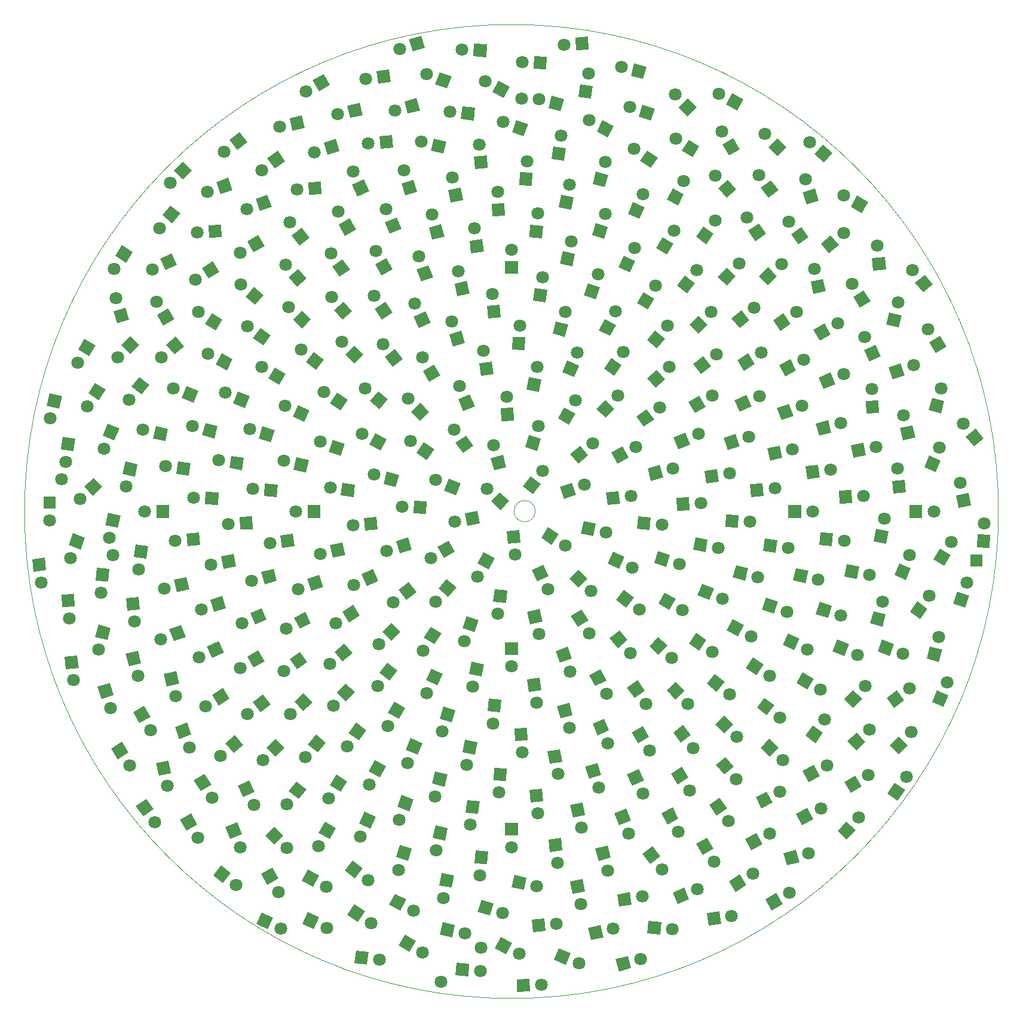
<source format=gbs>
G04 #@! TF.GenerationSoftware,KiCad,Pcbnew,5.1.9+dfsg1-1+deb11u1*
G04 #@! TF.CreationDate,2024-07-30T12:34:42+01:00*
G04 #@! TF.ProjectId,sunflower,73756e66-6c6f-4776-9572-2e6b69636164,rev?*
G04 #@! TF.SameCoordinates,Original*
G04 #@! TF.FileFunction,Soldermask,Bot*
G04 #@! TF.FilePolarity,Negative*
%FSLAX46Y46*%
G04 Gerber Fmt 4.6, Leading zero omitted, Abs format (unit mm)*
G04 Created by KiCad (PCBNEW 5.1.9+dfsg1-1+deb11u1) date 2024-07-30 12:34:42*
%MOMM*%
%LPD*%
G01*
G04 APERTURE LIST*
G04 #@! TA.AperFunction,Profile*
%ADD10C,0.050000*%
G04 #@! TD*
%ADD11C,1.800000*%
%ADD12R,1.800000X1.800000*%
%ADD13C,0.100000*%
G04 APERTURE END LIST*
D10*
X169000000Y-100000000D02*
G75*
G03*
X169000000Y-100000000I-69000000J0D01*
G01*
X103370000Y-99951320D02*
G75*
G03*
X103370000Y-99951320I-1500000J0D01*
G01*
D11*
X90040000Y-166640000D03*
D12*
X165870000Y-106970000D03*
D11*
X101410000Y-41470000D03*
X43510000Y-106190000D03*
X36260000Y-95420000D03*
X95660000Y-161810000D03*
D13*
G36*
X161228461Y-127711190D02*
G01*
X159565478Y-127022359D01*
X160254309Y-125359376D01*
X161917292Y-126048207D01*
X161228461Y-127711190D01*
G37*
D11*
X161713401Y-124188629D03*
D13*
G36*
X46770823Y-141739315D02*
G01*
X48245297Y-140706877D01*
X49277735Y-142181351D01*
X47803261Y-143213789D01*
X46770823Y-141739315D01*
G37*
D11*
X49481163Y-144040979D03*
D13*
G36*
X154853894Y-73957485D02*
G01*
X153103628Y-73537283D01*
X153523830Y-71787017D01*
X155274096Y-72207219D01*
X154853894Y-73957485D01*
G37*
D11*
X154781814Y-70402431D03*
D13*
G36*
X148114479Y-139880350D02*
G01*
X147173981Y-138345598D01*
X148708733Y-137405100D01*
X149649231Y-138939852D01*
X148114479Y-139880350D01*
G37*
D11*
X150577312Y-137315579D03*
D13*
G36*
X160127772Y-94433931D02*
G01*
X158464789Y-93745100D01*
X159153620Y-92082117D01*
X160816603Y-92770948D01*
X160127772Y-94433931D01*
G37*
D11*
X160612712Y-90911370D03*
D13*
G36*
X89847546Y-159948947D02*
G01*
X90237137Y-158191614D01*
X91994470Y-158581205D01*
X91604879Y-160338538D01*
X89847546Y-159948947D01*
G37*
D11*
X93400800Y-159814832D03*
D13*
G36*
X148446388Y-127845714D02*
G01*
X147119289Y-126629651D01*
X148335352Y-125302552D01*
X149662451Y-126518615D01*
X148446388Y-127845714D01*
G37*
D11*
X150106870Y-124701449D03*
D13*
G36*
X45345355Y-120176700D02*
G01*
X47088021Y-119726016D01*
X47538705Y-121468682D01*
X45796039Y-121919366D01*
X45345355Y-120176700D01*
G37*
D11*
X47077996Y-123281787D03*
D13*
G36*
X47286554Y-80916717D02*
G01*
X48695249Y-82037244D01*
X47574722Y-83445939D01*
X46166027Y-82325412D01*
X47286554Y-80916717D01*
G37*
D11*
X45849450Y-84169152D03*
D13*
G36*
X152073463Y-86023698D02*
G01*
X150275176Y-86102213D01*
X150196661Y-84303926D01*
X151994948Y-84225411D01*
X152073463Y-86023698D01*
G37*
D11*
X151024268Y-82626230D03*
D13*
G36*
X144538791Y-68783045D02*
G01*
X142781458Y-69172636D01*
X142391867Y-67415303D01*
X144149200Y-67025712D01*
X144538791Y-68783045D01*
G37*
D11*
X142915573Y-65619382D03*
D13*
G36*
X99664316Y-98471696D02*
G01*
X98448253Y-99798795D01*
X97121154Y-98582732D01*
X98337217Y-97255633D01*
X99664316Y-98471696D01*
G37*
D11*
X96520051Y-96811214D03*
D13*
G36*
X99339533Y-102777169D02*
G01*
X101132683Y-102620289D01*
X101289563Y-104413439D01*
X99496413Y-104570319D01*
X99339533Y-102777169D01*
G37*
D11*
X100535924Y-106125638D03*
D13*
G36*
X103030706Y-97528720D02*
G01*
X101602670Y-96432950D01*
X102698440Y-95004914D01*
X104126476Y-96100684D01*
X103030706Y-97528720D01*
G37*
D11*
X104410827Y-94251699D03*
D13*
G36*
X95185576Y-99935029D02*
G01*
X95498142Y-101707683D01*
X93725488Y-102020249D01*
X93412922Y-100247595D01*
X95185576Y-99935029D01*
G37*
D11*
X91954120Y-101418705D03*
D13*
G36*
X104192559Y-103738075D02*
G01*
X105159699Y-102219971D01*
X106677803Y-103187111D01*
X105710663Y-104705215D01*
X104192559Y-103738075D01*
G37*
D11*
X107577395Y-104827335D03*
D13*
G36*
X99243759Y-93700334D02*
G01*
X97505093Y-94166208D01*
X97039219Y-92427542D01*
X98777885Y-91961668D01*
X99243759Y-93700334D01*
G37*
D11*
X97484089Y-90610486D03*
D13*
G36*
X95988915Y-105756106D02*
G01*
X97585535Y-106587254D01*
X96754387Y-108183874D01*
X95157767Y-107352726D01*
X95988915Y-105756106D01*
G37*
D11*
X95198809Y-109222998D03*
D13*
G36*
X107438275Y-98250450D02*
G01*
X106822639Y-96559004D01*
X108514085Y-95943368D01*
X109129721Y-97634814D01*
X107438275Y-98250450D01*
G37*
D11*
X110363000Y-96228179D03*
D13*
G36*
X92787082Y-96038156D02*
G01*
X92098251Y-97701139D01*
X90435268Y-97012308D01*
X91124099Y-95349325D01*
X92787082Y-96038156D01*
G37*
D11*
X89264521Y-95553216D03*
D13*
G36*
X102877944Y-108301358D02*
G01*
X104509298Y-107540646D01*
X105270010Y-109172000D01*
X103638656Y-109932712D01*
X102877944Y-108301358D01*
G37*
D11*
X105147427Y-111038701D03*
D13*
G36*
X103646599Y-91427434D02*
G01*
X101929908Y-90886163D01*
X102471179Y-89169472D01*
X104187870Y-89710743D01*
X103646599Y-91427434D01*
G37*
D11*
X103822683Y-87876013D03*
D13*
G36*
X91079273Y-104111149D02*
G01*
X91979273Y-105669995D01*
X90420427Y-106569995D01*
X89520427Y-105011149D01*
X91079273Y-104111149D01*
G37*
D11*
X88550146Y-106610572D03*
D13*
G36*
X109830935Y-103101321D02*
G01*
X110220527Y-101343989D01*
X111977859Y-101733581D01*
X111588267Y-103490913D01*
X109830935Y-103101321D01*
G37*
D11*
X113384189Y-102967209D03*
D13*
G36*
X94577766Y-90687136D02*
G01*
X93103291Y-91719573D01*
X92070854Y-90245098D01*
X93545329Y-89212661D01*
X94577766Y-90687136D01*
G37*
D11*
X91867426Y-88385471D03*
D13*
G36*
X97646874Y-110978571D02*
G01*
X99431474Y-111213519D01*
X99196526Y-112998119D01*
X97411926Y-112763171D01*
X97646874Y-110978571D01*
G37*
D11*
X98090162Y-114506615D03*
D13*
G36*
X109487608Y-93213825D02*
G01*
X108330591Y-91834944D01*
X109709472Y-90677927D01*
X110866489Y-92056808D01*
X109487608Y-93213825D01*
G37*
D11*
X111544294Y-90313196D03*
D13*
G36*
X87996017Y-98575031D02*
G01*
X87917502Y-100373318D01*
X86119215Y-100294803D01*
X86197730Y-98496516D01*
X87996017Y-98575031D01*
G37*
D11*
X84520034Y-99324123D03*
D13*
G36*
X108179178Y-109451978D02*
G01*
X109451971Y-108179187D01*
X110724762Y-109451980D01*
X109451969Y-110724771D01*
X108179178Y-109451978D01*
G37*
D11*
X111248020Y-111248031D03*
D13*
G36*
X100337847Y-87104788D02*
G01*
X98539561Y-87183302D01*
X98461047Y-85385016D01*
X100259333Y-85306502D01*
X100337847Y-87104788D01*
G37*
D11*
X99288655Y-83707320D03*
D13*
G36*
X90787919Y-109578369D02*
G01*
X92166798Y-110735388D01*
X91009779Y-112114267D01*
X89630900Y-110957248D01*
X90787919Y-109578369D01*
G37*
D11*
X89266167Y-112792070D03*
D13*
G36*
X113640670Y-99111946D02*
G01*
X113405724Y-97327346D01*
X115190324Y-97092400D01*
X115425270Y-98877000D01*
X113640670Y-99111946D01*
G37*
D11*
X116933767Y-97770637D03*
D13*
G36*
X89038320Y-91225842D02*
G01*
X88005881Y-92700315D01*
X86531408Y-91667876D01*
X87563847Y-90193403D01*
X89038320Y-91225842D01*
G37*
D11*
X85704218Y-89989973D03*
D13*
G36*
X102232777Y-114229657D02*
G01*
X103990110Y-113840066D01*
X104379701Y-115597399D01*
X102622368Y-115986990D01*
X102232777Y-114229657D01*
G37*
D11*
X103855995Y-117393320D03*
D13*
G36*
X108145170Y-87692170D02*
G01*
X106586325Y-86792169D01*
X107486326Y-85233324D01*
X109045171Y-86133325D01*
X108145170Y-87692170D01*
G37*
D11*
X109085750Y-84263043D03*
D13*
G36*
X85347311Y-103676288D02*
G01*
X85888580Y-105392979D01*
X84171889Y-105934248D01*
X83630620Y-104217557D01*
X85347311Y-103676288D01*
G37*
D11*
X82337158Y-105569060D03*
D13*
G36*
X113596370Y-107333144D02*
G01*
X114357084Y-105701790D01*
X115988438Y-106462504D01*
X115227724Y-108093858D01*
X113596370Y-107333144D01*
G37*
D11*
X117094424Y-107971276D03*
D13*
G36*
X94801665Y-85098264D02*
G01*
X93138682Y-85787093D01*
X92449853Y-84124110D01*
X94112836Y-83435281D01*
X94801665Y-85098264D01*
G37*
D11*
X92653745Y-82264533D03*
D13*
G36*
X93652638Y-114807776D02*
G01*
X95344084Y-115423414D01*
X94728446Y-117114860D01*
X93037000Y-116499222D01*
X93652638Y-114807776D01*
G37*
D11*
X93321808Y-118348136D03*
D13*
G36*
X114970379Y-93221573D02*
G01*
X114139233Y-91624953D01*
X115735853Y-90793807D01*
X116566999Y-92390427D01*
X114970379Y-93221573D01*
G37*
D11*
X117606124Y-90834850D03*
D13*
G36*
X84076453Y-94801535D02*
G01*
X83610577Y-96540201D01*
X81871911Y-96074325D01*
X82337787Y-94335659D01*
X84076453Y-94801535D01*
G37*
D11*
X80520730Y-94780528D03*
D13*
G36*
X108395868Y-114853944D02*
G01*
X109913974Y-113886806D01*
X110881112Y-115404912D01*
X109363006Y-116372050D01*
X108395868Y-114853944D01*
G37*
D11*
X111003230Y-117271644D03*
D13*
G36*
X103898470Y-83073667D02*
G01*
X102125816Y-82761099D01*
X102438384Y-80988445D01*
X104211038Y-81301013D01*
X103898470Y-83073667D01*
G37*
D11*
X103609495Y-79529644D03*
D13*
G36*
X85450417Y-110029842D02*
G01*
X86546186Y-111457879D01*
X85118149Y-112553648D01*
X84022380Y-111125611D01*
X85450417Y-110029842D01*
G37*
D11*
X83269165Y-112837997D03*
D13*
G36*
X117800049Y-102460757D02*
G01*
X117956931Y-100667607D01*
X119750081Y-100824489D01*
X119593199Y-102617639D01*
X117800049Y-102460757D01*
G37*
D11*
X121305399Y-101864001D03*
D13*
G36*
X88340477Y-85943669D02*
G01*
X87013376Y-87159730D01*
X85797315Y-85832629D01*
X87124416Y-84616568D01*
X88340477Y-85943669D01*
G37*
D11*
X85352898Y-84015463D03*
D13*
G36*
X99099981Y-118529999D02*
G01*
X100899981Y-118530001D01*
X100899979Y-120330001D01*
X99099979Y-120329999D01*
X99099981Y-118529999D01*
G37*
D11*
X99999978Y-121970000D03*
D13*
G36*
X113375151Y-86735780D02*
G01*
X112048053Y-85519716D01*
X113264117Y-84192618D01*
X114591215Y-85408682D01*
X113375151Y-86735780D01*
G37*
D11*
X115035636Y-83591517D03*
D13*
G36*
X80897001Y-100767838D02*
G01*
X81053880Y-102560989D01*
X79260729Y-102717868D01*
X79103850Y-100924717D01*
X80897001Y-100767838D01*
G37*
D11*
X77548531Y-101964225D03*
D13*
G36*
X114823515Y-112508935D02*
G01*
X115919287Y-111080901D01*
X117347321Y-112176673D01*
X116251549Y-113604707D01*
X114823515Y-112508935D01*
G37*
D11*
X118100534Y-113889060D03*
D13*
G36*
X97474212Y-80492521D02*
G01*
X95701557Y-80805086D01*
X95388992Y-79032431D01*
X97161647Y-78719866D01*
X97474212Y-80492521D01*
G37*
D11*
X95990538Y-77261064D03*
D13*
G36*
X88537503Y-116317432D02*
G01*
X90055606Y-117284573D01*
X89088465Y-118802676D01*
X87570362Y-117835535D01*
X88537503Y-116317432D01*
G37*
D11*
X87448240Y-119702266D03*
D13*
G36*
X119733590Y-95644174D02*
G01*
X119267717Y-93905507D01*
X121006384Y-93439634D01*
X121472257Y-95178301D01*
X119733590Y-95644174D01*
G37*
D11*
X122823439Y-93884506D03*
D13*
G36*
X82273409Y-89757449D02*
G01*
X81442260Y-91354068D01*
X79845641Y-90522919D01*
X80676790Y-88926300D01*
X82273409Y-89757449D01*
G37*
D11*
X78806519Y-88967340D03*
D13*
G36*
X106239101Y-119773287D02*
G01*
X107930549Y-119157653D01*
X108546183Y-120849101D01*
X106854735Y-121464735D01*
X106239101Y-119773287D01*
G37*
D11*
X108261370Y-122698014D03*
D13*
G36*
X108857652Y-80967620D02*
G01*
X107194670Y-80278788D01*
X107883502Y-78615806D01*
X109546484Y-79304638D01*
X108857652Y-80967620D01*
G37*
D11*
X109342595Y-77445061D03*
D13*
G36*
X80379591Y-108156077D02*
G01*
X81140302Y-109787432D01*
X79508947Y-110548143D01*
X78748236Y-108916788D01*
X80379591Y-108156077D01*
G37*
D11*
X77642245Y-110425558D03*
D13*
G36*
X120217111Y-107318137D02*
G01*
X120758383Y-105601447D01*
X122475073Y-106142719D01*
X121933801Y-107859409D01*
X120217111Y-107318137D01*
G37*
D11*
X123768532Y-107494224D03*
D13*
G36*
X89913298Y-80729262D02*
G01*
X88354451Y-81629259D01*
X87454454Y-80070412D01*
X89013301Y-79170415D01*
X89913298Y-80729262D01*
G37*
D11*
X87413878Y-78200131D03*
D13*
G36*
X94363962Y-121264182D02*
G01*
X96121294Y-121653776D01*
X95731700Y-123411108D01*
X93974368Y-123021514D01*
X94363962Y-121264182D01*
G37*
D11*
X94498071Y-124817437D03*
D13*
G36*
X118722040Y-87989421D02*
G01*
X117689605Y-86514946D01*
X119164080Y-85482511D01*
X120196515Y-86956986D01*
X118722040Y-87989421D01*
G37*
D11*
X121023708Y-85279084D03*
D13*
G36*
X77841767Y-96175015D02*
G01*
X77606817Y-97959615D01*
X75822217Y-97724665D01*
X76057167Y-95940065D01*
X77841767Y-96175015D01*
G37*
D11*
X74313722Y-96618300D03*
D13*
G36*
X113907150Y-117974099D02*
G01*
X115286032Y-116817083D01*
X116443048Y-118195965D01*
X115064166Y-119352981D01*
X113907150Y-117974099D01*
G37*
D11*
X116807777Y-120030788D03*
D13*
G36*
X101900085Y-77114721D02*
G01*
X100101798Y-77036204D01*
X100180315Y-75237917D01*
X101978602Y-75316434D01*
X101900085Y-77114721D01*
G37*
D11*
X101150996Y-73638737D03*
D13*
G36*
X82971276Y-115755883D02*
G01*
X84244066Y-117028677D01*
X82971272Y-118301467D01*
X81698482Y-117028673D01*
X82971276Y-115755883D01*
G37*
D11*
X81175220Y-118824723D03*
D13*
G36*
X123432856Y-99877794D02*
G01*
X123354343Y-98079507D01*
X125152630Y-98000994D01*
X125231143Y-99799281D01*
X123432856Y-99877794D01*
G37*
D11*
X126830325Y-98828604D03*
D13*
G36*
X82463547Y-84110254D02*
G01*
X81306527Y-85489132D01*
X79927649Y-84332112D01*
X81084669Y-82953234D01*
X82463547Y-84110254D01*
G37*
D11*
X79249848Y-82588499D03*
D13*
G36*
X102224226Y-123790136D02*
G01*
X104008827Y-123555191D01*
X104243772Y-125339792D01*
X102459171Y-125574737D01*
X102224226Y-123790136D01*
G37*
D11*
X103565531Y-127083234D03*
D13*
G36*
X114562993Y-80771060D02*
G01*
X113088521Y-79738620D01*
X114120961Y-78264148D01*
X115595433Y-79296588D01*
X114562993Y-80771060D01*
G37*
D11*
X115798865Y-77436960D03*
D13*
G36*
X76051961Y-104387260D02*
G01*
X76441549Y-106144594D01*
X74684215Y-106534182D01*
X74294627Y-104776848D01*
X76051961Y-104387260D01*
G37*
D11*
X72888296Y-106010473D03*
D13*
G36*
X120814007Y-113056250D02*
G01*
X121714009Y-111497406D01*
X123272853Y-112397408D01*
X122372851Y-113956252D01*
X120814007Y-113056250D01*
G37*
D11*
X124243132Y-113996833D03*
D13*
G36*
X93408290Y-76100671D02*
G01*
X91691599Y-76641938D01*
X91150332Y-74925247D01*
X92867023Y-74383980D01*
X93408290Y-76100671D01*
G37*
D11*
X91515523Y-73090517D03*
D13*
G36*
X88620802Y-122273084D02*
G01*
X90252155Y-123033799D01*
X89491440Y-124665152D01*
X87860087Y-123904437D01*
X88620802Y-122273084D01*
G37*
D11*
X87982667Y-125771138D03*
D13*
G36*
X123638691Y-91182735D02*
G01*
X122949864Y-89519750D01*
X124612849Y-88830923D01*
X125301676Y-90493908D01*
X123638691Y-91182735D01*
G37*
D11*
X126472426Y-89034817D03*
D13*
G36*
X76411452Y-90456663D02*
G01*
X75795813Y-92148108D01*
X74104368Y-91532469D01*
X74720007Y-89841024D01*
X76411452Y-90456663D01*
G37*
D11*
X72871092Y-90125830D03*
D13*
G36*
X111043094Y-123162800D02*
G01*
X112639715Y-122331655D01*
X113470860Y-123928276D01*
X111874239Y-124759421D01*
X111043094Y-123162800D01*
G37*
D11*
X113429815Y-125798548D03*
D13*
G36*
X107561905Y-75256107D02*
G01*
X105823239Y-74790229D01*
X106289117Y-73051563D01*
X108027783Y-73517441D01*
X107561905Y-75256107D01*
G37*
D11*
X107582915Y-71700385D03*
D13*
G36*
X77529640Y-113248021D02*
G01*
X78496776Y-114766127D01*
X76978670Y-115733263D01*
X76011534Y-114215157D01*
X77529640Y-113248021D01*
G37*
D11*
X75111939Y-115855378D03*
D13*
G36*
X125723892Y-105449751D02*
G01*
X126036462Y-103677097D01*
X127809116Y-103989667D01*
X127496546Y-105762321D01*
X125723892Y-105449751D01*
G37*
D11*
X129267914Y-105160781D03*
D13*
G36*
X84589277Y-78437859D02*
G01*
X83161239Y-79533627D01*
X82065471Y-78105589D01*
X83493509Y-77009821D01*
X84589277Y-78437859D01*
G37*
D11*
X81781124Y-76256604D03*
D13*
G36*
X96776770Y-126514743D02*
G01*
X98569920Y-126671627D01*
X98413036Y-128464777D01*
X96619886Y-128307893D01*
X96776770Y-126514743D01*
G37*
D11*
X97373523Y-130020094D03*
D13*
G36*
X120440986Y-82490068D02*
G01*
X119224926Y-81162966D01*
X120552028Y-79946906D01*
X121768088Y-81274008D01*
X120440986Y-82490068D01*
G37*
D11*
X122369195Y-79502491D03*
D13*
G36*
X72895781Y-99099946D02*
G01*
X72895777Y-100899946D01*
X71095777Y-100899942D01*
X71095781Y-99099942D01*
X72895781Y-99099946D01*
G37*
D11*
X69455779Y-99999938D03*
D13*
G36*
X119524625Y-119111805D02*
G01*
X120740690Y-117784708D01*
X122067787Y-119000773D01*
X120851722Y-120327870D01*
X119524625Y-119111805D01*
G37*
D11*
X122668886Y-120772291D03*
D13*
G36*
X98499150Y-72518210D02*
G01*
X96705999Y-72675087D01*
X96549122Y-70881936D01*
X98342273Y-70725059D01*
X98499150Y-72518210D01*
G37*
D11*
X97302766Y-69169739D03*
D13*
G36*
X82418451Y-121434214D02*
G01*
X83846485Y-122529988D01*
X82750711Y-123958022D01*
X81322677Y-122862248D01*
X82418451Y-121434214D01*
G37*
D11*
X81038323Y-124711232D03*
D13*
G36*
X127638734Y-96040490D02*
G01*
X127326171Y-94267835D01*
X129098826Y-93955272D01*
X129411389Y-95727927D01*
X127638734Y-96040490D01*
G37*
D11*
X130870192Y-94556819D03*
D13*
G36*
X76781246Y-84140830D02*
G01*
X75814103Y-85658933D01*
X74296000Y-84691790D01*
X75263143Y-83173687D01*
X76781246Y-84140830D01*
G37*
D11*
X73396411Y-83051564D03*
D13*
G36*
X106455075Y-127568241D02*
G01*
X108193743Y-127102371D01*
X108659613Y-128841039D01*
X106920945Y-129306909D01*
X106455075Y-127568241D01*
G37*
D11*
X108214740Y-130658094D03*
D13*
G36*
X113955554Y-75140877D02*
G01*
X112358937Y-74309726D01*
X113190088Y-72713109D01*
X114786705Y-73544260D01*
X113955554Y-75140877D01*
G37*
D11*
X114745667Y-71673989D03*
D13*
G36*
X72734507Y-108966000D02*
G01*
X73350139Y-110657448D01*
X71658691Y-111273080D01*
X71043059Y-109581632D01*
X72734507Y-108966000D01*
G37*
D11*
X69809777Y-110988266D03*
D13*
G36*
X126337199Y-111883448D02*
G01*
X127026033Y-110220466D01*
X128689015Y-110909300D01*
X128000181Y-112572282D01*
X126337199Y-111883448D01*
G37*
D11*
X129859759Y-112368396D03*
D13*
G36*
X88529769Y-73272272D02*
G01*
X86898414Y-74032981D01*
X86137705Y-72401626D01*
X87769060Y-71640917D01*
X88529769Y-73272272D01*
G37*
D11*
X86260291Y-70534925D03*
D13*
G36*
X90342640Y-127636050D02*
G01*
X92059329Y-128177325D01*
X91518054Y-129894014D01*
X89801365Y-129352739D01*
X90342640Y-127636050D01*
G37*
D11*
X90166549Y-131187472D03*
D13*
G36*
X125954283Y-86054597D02*
G01*
X125054287Y-84495749D01*
X126613135Y-83595753D01*
X127513131Y-85154601D01*
X125954283Y-86054597D01*
G37*
D11*
X128483417Y-83555181D03*
D13*
G36*
X71259910Y-92706552D02*
G01*
X70870314Y-94463884D01*
X69112982Y-94074288D01*
X69502578Y-92316956D01*
X71259910Y-92706552D01*
G37*
D11*
X67706656Y-92840658D03*
D13*
G36*
X116369037Y-124946635D02*
G01*
X117843513Y-123914201D01*
X118875947Y-125388677D01*
X117401471Y-126421111D01*
X116369037Y-124946635D01*
G37*
D11*
X119079372Y-127248306D03*
D13*
G36*
X104809393Y-70364763D02*
G01*
X103024793Y-70129811D01*
X103259745Y-68345211D01*
X105044345Y-68580163D01*
X104809393Y-70364763D01*
G37*
D11*
X104366111Y-66836717D03*
D13*
G36*
X76291599Y-118718746D02*
G01*
X77448614Y-120097629D01*
X76069731Y-121254644D01*
X74912716Y-119875761D01*
X76291599Y-118718746D01*
G37*
D11*
X74234909Y-121619371D03*
D13*
G36*
X130309060Y-102224255D02*
G01*
X130387579Y-100425968D01*
X132185866Y-100504487D01*
X132107347Y-102302774D01*
X130309060Y-102224255D01*
G37*
D11*
X133785045Y-101475171D03*
D13*
G36*
X79027570Y-77754669D02*
G01*
X77754775Y-79027458D01*
X76481986Y-77754663D01*
X77754781Y-76481874D01*
X79027570Y-77754669D01*
G37*
D11*
X75958732Y-75958610D03*
D13*
G36*
X100441678Y-130750903D02*
G01*
X102239965Y-130672392D01*
X102318476Y-132470679D01*
X100520189Y-132549190D01*
X100441678Y-130750903D01*
G37*
D11*
X101490863Y-134148373D03*
D13*
G36*
X120565288Y-76891519D02*
G01*
X119186411Y-75734498D01*
X120343432Y-74355621D01*
X121722309Y-75512642D01*
X120565288Y-76891519D01*
G37*
D11*
X122087046Y-73677822D03*
D13*
G36*
X69047992Y-103167061D02*
G01*
X69282935Y-104951662D01*
X67498334Y-105186605D01*
X67263391Y-103402004D01*
X69047992Y-103167061D01*
G37*
D11*
X65754893Y-104508363D03*
D13*
G36*
X125105982Y-118678195D02*
G01*
X126138423Y-117203724D01*
X127612894Y-118236165D01*
X126580453Y-119710636D01*
X125105982Y-118678195D01*
G37*
D11*
X128440080Y-119914070D03*
D13*
G36*
X94070328Y-69094392D02*
G01*
X92312994Y-69483978D01*
X91923408Y-67726644D01*
X93680742Y-67337058D01*
X94070328Y-69094392D01*
G37*
D11*
X92447118Y-65930724D03*
D13*
G36*
X83404025Y-126944900D02*
G01*
X84962869Y-127844904D01*
X84062865Y-129403748D01*
X82504021Y-128503744D01*
X83404025Y-126944900D01*
G37*
D11*
X82463439Y-130374026D03*
D13*
G36*
X130607021Y-91293410D02*
G01*
X130065755Y-89576718D01*
X131782447Y-89035452D01*
X132323713Y-90752144D01*
X130607021Y-91293410D01*
G37*
D11*
X133617178Y-89400645D03*
D13*
G36*
X71393720Y-85667536D02*
G01*
X70633002Y-87298888D01*
X69001650Y-86538170D01*
X69762368Y-84906818D01*
X71393720Y-85667536D01*
G37*
D11*
X67895667Y-85029397D03*
D13*
G36*
X111474402Y-130053703D02*
G01*
X113137387Y-129364878D01*
X113826212Y-131027863D01*
X112163227Y-131716688D01*
X111474402Y-130053703D01*
G37*
D11*
X113622317Y-132887439D03*
D13*
G36*
X111903318Y-69927589D02*
G01*
X110211873Y-69311948D01*
X110827514Y-67620503D01*
X112518959Y-68236144D01*
X111903318Y-69927589D01*
G37*
D11*
X112234154Y-66387230D03*
D13*
G36*
X70754696Y-114209394D02*
G01*
X71585839Y-115806015D01*
X69989218Y-116637158D01*
X69158075Y-115040537D01*
X70754696Y-114209394D01*
G37*
D11*
X68118947Y-116596112D03*
D13*
G36*
X131327013Y-109325892D02*
G01*
X131792892Y-107587227D01*
X133531557Y-108053106D01*
X133065678Y-109791771D01*
X131327013Y-109325892D01*
G37*
D11*
X134882735Y-109346907D03*
D13*
G36*
X83112239Y-71816306D02*
G01*
X81594132Y-72783441D01*
X80626997Y-71265334D01*
X82145104Y-70298199D01*
X83112239Y-71816306D01*
G37*
D11*
X80504884Y-69398602D03*
D13*
G36*
X93380891Y-132355388D02*
G01*
X95153544Y-132667959D01*
X94840973Y-134440612D01*
X93068320Y-134128041D01*
X93380891Y-132355388D01*
G37*
D11*
X93669858Y-135899410D03*
D13*
G36*
X126872978Y-80514187D02*
G01*
X125777211Y-79086148D01*
X127205250Y-77990381D01*
X128301017Y-79418420D01*
X126872978Y-80514187D01*
G37*
D11*
X129054236Y-77706036D03*
D13*
G36*
X66855434Y-96196690D02*
G01*
X66698548Y-97989840D01*
X64905398Y-97832954D01*
X65062284Y-96039804D01*
X66855434Y-96196690D01*
G37*
D11*
X63350082Y-96793438D03*
D13*
G36*
X121980183Y-125319478D02*
G01*
X123307286Y-124103419D01*
X124523345Y-125430522D01*
X123196242Y-126646581D01*
X121980183Y-125319478D01*
G37*
D11*
X124967758Y-127247690D03*
D13*
G36*
X100900101Y-66316551D02*
G01*
X99100101Y-66316545D01*
X99100107Y-64516545D01*
X100900107Y-64516551D01*
X100900101Y-66316551D01*
G37*
D11*
X100000112Y-62876548D03*
D13*
G36*
X76468284Y-124348040D02*
G01*
X77795380Y-125564106D01*
X76579314Y-126891202D01*
X75252218Y-125675136D01*
X76468284Y-124348040D01*
G37*
D11*
X74807795Y-127492301D03*
D13*
G36*
X133962918Y-97932173D02*
G01*
X133806043Y-96139022D01*
X135599194Y-95982147D01*
X135756069Y-97775298D01*
X133962918Y-97932173D01*
G37*
D11*
X137311392Y-96735792D03*
D13*
G36*
X73432717Y-78479648D02*
G01*
X72336942Y-79907681D01*
X70908909Y-78811906D01*
X72004684Y-77383873D01*
X73432717Y-78479648D01*
G37*
D11*
X70155701Y-77099517D03*
D13*
G36*
X105076883Y-133975944D02*
G01*
X106849538Y-133663383D01*
X107162099Y-135436038D01*
X105389444Y-135748599D01*
X105076883Y-133975944D01*
G37*
D11*
X106560549Y-137207405D03*
D13*
G36*
X119298130Y-71383250D02*
G01*
X117780028Y-70416106D01*
X118747172Y-68898004D01*
X120265274Y-69865148D01*
X119298130Y-71383250D01*
G37*
D11*
X120387399Y-67998417D03*
D13*
G36*
X66282330Y-108102760D02*
G01*
X66748198Y-109841428D01*
X65009530Y-110307296D01*
X64543662Y-108568628D01*
X66282330Y-108102760D01*
G37*
D11*
X63192476Y-109862420D03*
D13*
G36*
X130476412Y-116879786D02*
G01*
X131307565Y-115283169D01*
X132904182Y-116114322D01*
X132073029Y-117710939D01*
X130476412Y-116879786D01*
G37*
D11*
X133943301Y-117669902D03*
D13*
G36*
X88879355Y-66814521D02*
G01*
X87187906Y-67430152D01*
X86572275Y-65738703D01*
X88263724Y-65123072D01*
X88879355Y-66814521D01*
G37*
D11*
X86857091Y-63889790D03*
D13*
G36*
X85718054Y-132127554D02*
G01*
X87381035Y-132816389D01*
X86692200Y-134479370D01*
X85029219Y-133790535D01*
X85718054Y-132127554D01*
G37*
D11*
X85233103Y-135650112D03*
D13*
G36*
X132379042Y-85894572D02*
G01*
X131618335Y-84263215D01*
X133249692Y-83502508D01*
X134010399Y-85133865D01*
X132379042Y-85894572D01*
G37*
D11*
X135116393Y-83625098D03*
D13*
G36*
X66447047Y-88476995D02*
G01*
X65905771Y-90193683D01*
X64189083Y-89652407D01*
X64730359Y-87935719D01*
X66447047Y-88476995D01*
G37*
D11*
X62895627Y-88300901D03*
D13*
G36*
X117031901Y-131300356D02*
G01*
X118590750Y-130400361D01*
X119490745Y-131959210D01*
X117931896Y-132859205D01*
X117031901Y-131300356D01*
G37*
D11*
X119531315Y-133829491D03*
D13*
G36*
X108622994Y-65262953D02*
G01*
X106865663Y-64873356D01*
X107255260Y-63116025D01*
X109012591Y-63505622D01*
X108622994Y-65262953D01*
G37*
D11*
X108488891Y-61709699D03*
D13*
G36*
X70046260Y-119874988D02*
G01*
X71078693Y-121349465D01*
X69604216Y-122381898D01*
X68571783Y-120907421D01*
X70046260Y-119874988D01*
G37*
D11*
X67744586Y-122585321D03*
D13*
G36*
X135666083Y-105603419D02*
G01*
X135901037Y-103818819D01*
X137685637Y-104053773D01*
X137450683Y-105838373D01*
X135666083Y-105603419D01*
G37*
D11*
X139194128Y-105160142D03*
D13*
G36*
X77390046Y-71654160D02*
G01*
X76011162Y-72811172D01*
X74854150Y-71432288D01*
X76233034Y-70275276D01*
X77390046Y-71654160D01*
G37*
D11*
X74489424Y-69597466D03*
D13*
G36*
X97512889Y-136328260D02*
G01*
X99311176Y-136406781D01*
X99232655Y-138205068D01*
X97434368Y-138126547D01*
X97512889Y-136328260D01*
G37*
D11*
X98261970Y-139804246D03*
D13*
G36*
X126485589Y-74787384D02*
G01*
X125212801Y-73514588D01*
X126485597Y-72241800D01*
X127758385Y-73514596D01*
X126485589Y-74787384D01*
G37*
D11*
X128281651Y-71718548D03*
D13*
G36*
X63286153Y-100701973D02*
G01*
X63364662Y-102500260D01*
X61566375Y-102578769D01*
X61487866Y-100780482D01*
X63286153Y-100701973D01*
G37*
D11*
X59888682Y-101751155D03*
D13*
G36*
X127659559Y-124384165D02*
G01*
X128816581Y-123005289D01*
X130195457Y-124162311D01*
X129038435Y-125541187D01*
X127659559Y-124384165D01*
G37*
D11*
X130873256Y-125905926D03*
D13*
G36*
X96061076Y-63184709D02*
G01*
X94276475Y-63419650D01*
X94041534Y-61635049D01*
X95826135Y-61400108D01*
X96061076Y-63184709D01*
G37*
D11*
X94719777Y-59891607D03*
D13*
G36*
X77945083Y-129928350D02*
G01*
X79419552Y-130960793D01*
X78387109Y-132435262D01*
X76912640Y-131402819D01*
X77945083Y-129928350D01*
G37*
D11*
X76709204Y-133262446D03*
D13*
G36*
X136627313Y-92801912D02*
G01*
X136237728Y-91044577D01*
X137995063Y-90654992D01*
X138384648Y-92412327D01*
X136627313Y-92801912D01*
G37*
D11*
X139790982Y-91178704D03*
D13*
G36*
X68002280Y-80486718D02*
G01*
X67102274Y-82045560D01*
X65543432Y-81145554D01*
X66443438Y-79586712D01*
X68002280Y-80486718D01*
G37*
D11*
X64573156Y-79546128D03*
D13*
G36*
X110453273Y-136146970D02*
G01*
X112169965Y-135605706D01*
X112711229Y-137322398D01*
X110994537Y-137863662D01*
X110453273Y-136146970D01*
G37*
D11*
X112346035Y-139157128D03*
D13*
G36*
X116776675Y-66152222D02*
G01*
X115145324Y-65391503D01*
X115906043Y-63760152D01*
X117537394Y-64520871D01*
X116776675Y-66152222D01*
G37*
D11*
X117414817Y-62654169D03*
D13*
G36*
X64626292Y-113677961D02*
G01*
X65315116Y-115340947D01*
X63652130Y-116029771D01*
X62963306Y-114366785D01*
X64626292Y-113677961D01*
G37*
D11*
X61792553Y-115825874D03*
D13*
G36*
X135460183Y-113864365D02*
G01*
X136075826Y-112172920D01*
X137767271Y-112788563D01*
X137151628Y-114480008D01*
X135460183Y-113864365D01*
G37*
D11*
X139000543Y-114195204D03*
D13*
G36*
X83154465Y-65690601D02*
G01*
X81557842Y-66521742D01*
X80726701Y-64925119D01*
X82323324Y-64093978D01*
X83154465Y-65690601D01*
G37*
D11*
X80767751Y-63054848D03*
D13*
G36*
X89202660Y-136818316D02*
G01*
X90941325Y-137284197D01*
X90475444Y-139022862D01*
X88736779Y-138556981D01*
X89202660Y-136818316D01*
G37*
D11*
X89181642Y-140374039D03*
D13*
G36*
X132958351Y-80070512D02*
G01*
X131991217Y-78552404D01*
X133509325Y-77585270D01*
X134476459Y-79103378D01*
X132958351Y-80070512D01*
G37*
D11*
X135376058Y-77463159D03*
D13*
G36*
X62092557Y-92401857D02*
G01*
X61779984Y-94174510D01*
X60007331Y-93861937D01*
X60319904Y-92089284D01*
X62092557Y-92401857D01*
G37*
D11*
X58548534Y-92690821D03*
D13*
G36*
X122903659Y-131327292D02*
G01*
X124331700Y-130231527D01*
X125427465Y-131659568D01*
X123999424Y-132755333D01*
X122903659Y-131327292D01*
G37*
D11*
X125711808Y-133508554D03*
D13*
G36*
X104290703Y-61285147D02*
G01*
X102497553Y-61128259D01*
X102654441Y-59335109D01*
X104447591Y-59491997D01*
X104290703Y-61285147D01*
G37*
D11*
X103693958Y-57779794D03*
D13*
G36*
X70574644Y-125742451D02*
G01*
X71790702Y-127069555D01*
X70463598Y-128285613D01*
X69247540Y-126958509D01*
X70574644Y-125742451D01*
G37*
D11*
X68646429Y-128730024D03*
D13*
G36*
X139229996Y-100900157D02*
G01*
X139230004Y-99100157D01*
X141030004Y-99100165D01*
X141029996Y-100900165D01*
X139229996Y-100900157D01*
G37*
D11*
X142670000Y-100000171D03*
D13*
G36*
X71578952Y-72735983D02*
G01*
X70362884Y-74063077D01*
X69035790Y-72847009D01*
X70251858Y-71519915D01*
X71578952Y-72735983D01*
G37*
D11*
X68434693Y-71075490D03*
D13*
G36*
X102547354Y-139444587D02*
G01*
X104340505Y-139287714D01*
X104497378Y-141080865D01*
X102704227Y-141237738D01*
X102547354Y-139444587D01*
G37*
D11*
X103743732Y-142793062D03*
D13*
G36*
X124857031Y-69084366D02*
G01*
X123428999Y-67988590D01*
X124524775Y-66560558D01*
X125952807Y-67656334D01*
X124857031Y-69084366D01*
G37*
D11*
X126237165Y-65807350D03*
D13*
G36*
X60647298Y-106024893D02*
G01*
X60959857Y-107797548D01*
X59187202Y-108110107D01*
X58874643Y-106337452D01*
X60647298Y-106024893D01*
G37*
D11*
X57415836Y-107508556D03*
D13*
G36*
X133203600Y-122220342D02*
G01*
X134170746Y-120702242D01*
X135688846Y-121669388D01*
X134721700Y-123187488D01*
X133203600Y-122220342D01*
G37*
D11*
X136588431Y-123309615D03*
D13*
G36*
X90495072Y-61049144D02*
G01*
X88756403Y-61515011D01*
X88290536Y-59776342D01*
X90029205Y-59310475D01*
X90495072Y-61049144D01*
G37*
D11*
X88735414Y-57959289D03*
D13*
G36*
X80628022Y-135263743D02*
G01*
X82224638Y-136094897D01*
X81393484Y-137691513D01*
X79796868Y-136860359D01*
X80628022Y-135263743D01*
G37*
D11*
X79837903Y-138730630D03*
D13*
G36*
X138238056Y-87040429D02*
G01*
X137622427Y-85348980D01*
X139313876Y-84733351D01*
X139929505Y-86424800D01*
X138238056Y-87040429D01*
G37*
D11*
X141162788Y-85018168D03*
D13*
G36*
X62923536Y-83668086D02*
G01*
X62234698Y-85331066D01*
X60571718Y-84642228D01*
X61260556Y-82979248D01*
X62923536Y-83668086D01*
G37*
D11*
X59400977Y-83183131D03*
D13*
G36*
X116360795Y-137215833D02*
G01*
X117992153Y-136455127D01*
X118752859Y-138086485D01*
X117121501Y-138847191D01*
X116360795Y-137215833D01*
G37*
D11*
X118630267Y-139953185D03*
D13*
G36*
X113121942Y-61376061D02*
G01*
X111405254Y-60834783D01*
X111946532Y-59118095D01*
X113663220Y-59659373D01*
X113121942Y-61376061D01*
G37*
D11*
X113298041Y-57824640D03*
D13*
G36*
X64111733Y-119680665D02*
G01*
X65011726Y-121239514D01*
X63452877Y-122139507D01*
X62552884Y-120580658D01*
X64111733Y-119680665D01*
G37*
D11*
X61582595Y-122180076D03*
D13*
G36*
X139890290Y-109765500D02*
G01*
X140279889Y-108008169D01*
X142037220Y-108397768D01*
X141647621Y-110155099D01*
X139890290Y-109765500D01*
G37*
D11*
X143443545Y-109631402D03*
D13*
G36*
X77108432Y-65738034D02*
G01*
X75633953Y-66770465D01*
X74601522Y-65295986D01*
X76076001Y-64263555D01*
X77108432Y-65738034D01*
G37*
D11*
X74398103Y-63436358D03*
D13*
G36*
X93712500Y-140861736D02*
G01*
X95497099Y-141096691D01*
X95262144Y-142881290D01*
X93477545Y-142646335D01*
X93712500Y-140861736D01*
G37*
D11*
X94155774Y-144389781D03*
D13*
G36*
X132346052Y-74033547D02*
G01*
X131189041Y-72654662D01*
X132567926Y-71497651D01*
X133724937Y-72876536D01*
X132346052Y-74033547D01*
G37*
D11*
X134402749Y-71132927D03*
D13*
G36*
X58473277Y-97285859D02*
G01*
X58394754Y-99084146D01*
X56596467Y-99005623D01*
X56674990Y-97207336D01*
X58473277Y-97285859D01*
G37*
D11*
X54997290Y-98034937D03*
D13*
G36*
X128879046Y-130152104D02*
G01*
X130151844Y-128879318D01*
X131424630Y-130152116D01*
X130151832Y-131424902D01*
X128879046Y-130152104D01*
G37*
D11*
X131947882Y-131948170D03*
D13*
G36*
X99072700Y-58123944D02*
G01*
X97274413Y-58202451D01*
X97195906Y-56404164D01*
X98994193Y-56325657D01*
X99072700Y-58123944D01*
G37*
D11*
X98023521Y-54726472D03*
D13*
G36*
X72305907Y-131604084D02*
G01*
X73684781Y-132761108D01*
X72527757Y-134139982D01*
X71148883Y-132982958D01*
X72305907Y-131604084D01*
G37*
D11*
X70784142Y-134817779D03*
D13*
G36*
X141902982Y-95391329D02*
G01*
X141668043Y-93606728D01*
X143452644Y-93371789D01*
X143687583Y-95156390D01*
X141902982Y-95391329D01*
G37*
D11*
X145196085Y-94050035D03*
D13*
G36*
X65882472Y-75011713D02*
G01*
X64850027Y-76486182D01*
X63375558Y-75453737D01*
X64408003Y-73979268D01*
X65882472Y-75011713D01*
G37*
D11*
X62548375Y-73775831D03*
D13*
G36*
X108301171Y-141603283D02*
G01*
X110058506Y-141213700D01*
X110448089Y-142971035D01*
X108690754Y-143360618D01*
X108301171Y-141603283D01*
G37*
D11*
X109924376Y-144766953D03*
D13*
G36*
X122053149Y-63603224D02*
G01*
X120494308Y-62703217D01*
X121394315Y-61144376D01*
X122953156Y-62044383D01*
X122053149Y-63603224D01*
G37*
D11*
X122993742Y-60174102D03*
D13*
G36*
X59024668Y-111975584D02*
G01*
X59565931Y-113692277D01*
X57849238Y-114233540D01*
X57307975Y-112516847D01*
X59024668Y-111975584D01*
G37*
D11*
X56014509Y-113868344D03*
D13*
G36*
X138420853Y-118909202D02*
G01*
X139181574Y-117277851D01*
X140812925Y-118038572D01*
X140052204Y-119669923D01*
X138420853Y-118909202D01*
G37*
D11*
X141918905Y-119547349D03*
D13*
G36*
X84397494Y-59979869D02*
G01*
X82734508Y-60668691D01*
X82045686Y-59005705D01*
X83708672Y-58316883D01*
X84397494Y-59979869D01*
G37*
D11*
X82249586Y-57146129D03*
D13*
G36*
X84421112Y-140170612D02*
G01*
X86112556Y-140786256D01*
X85496912Y-142477700D01*
X83805468Y-141862056D01*
X84421112Y-140170612D01*
G37*
D11*
X84090270Y-143710972D03*
D13*
G36*
X138741333Y-80847417D02*
G01*
X137910193Y-79250793D01*
X139506817Y-78419653D01*
X140337957Y-80016277D01*
X138741333Y-80847417D01*
G37*
D11*
X141377089Y-78460705D03*
D13*
G36*
X58371097Y-87913602D02*
G01*
X57905215Y-89652266D01*
X56166551Y-89186384D01*
X56632433Y-87447720D01*
X58371097Y-87913602D01*
G37*
D11*
X54815376Y-87892581D03*
D13*
G36*
X122596756Y-137145240D02*
G01*
X124114866Y-136178108D01*
X125081998Y-137696218D01*
X123563888Y-138663350D01*
X122596756Y-137145240D01*
G37*
D11*
X125204107Y-139562949D03*
D13*
G36*
X108457497Y-57219276D02*
G01*
X106684845Y-56906700D01*
X106997421Y-55134048D01*
X108770073Y-55446624D01*
X108457497Y-57219276D01*
G37*
D11*
X108168537Y-53675252D03*
D13*
G36*
X64759229Y-125906498D02*
G01*
X65854992Y-127334539D01*
X64426951Y-128430302D01*
X63331188Y-127002261D01*
X64759229Y-125906498D01*
G37*
D11*
X62577964Y-128714644D03*
D13*
G36*
X143613382Y-104719333D02*
G01*
X143770271Y-102926184D01*
X145563420Y-103083073D01*
X145406531Y-104876222D01*
X143613382Y-104719333D01*
G37*
D11*
X147118735Y-104122591D03*
D13*
G36*
X70945952Y-66960576D02*
G01*
X69618846Y-68176632D01*
X68402790Y-66849526D01*
X69729896Y-65633470D01*
X70945952Y-66960576D01*
G37*
D11*
X67958381Y-65032357D03*
D13*
G36*
X99099778Y-144116602D02*
G01*
X100899778Y-144116612D01*
X100899768Y-145916612D01*
X99099768Y-145916602D01*
X99099778Y-144116602D01*
G37*
D11*
X99999761Y-147556607D03*
D13*
G36*
X130555202Y-67987348D02*
G01*
X129228109Y-66771279D01*
X130444178Y-65444186D01*
X131771271Y-66660255D01*
X130555202Y-67987348D01*
G37*
D11*
X132215698Y-64843091D03*
D13*
G36*
X55717353Y-102970566D02*
G01*
X55874224Y-104763717D01*
X54081073Y-104920588D01*
X53924202Y-103127437D01*
X55717353Y-102970566D01*
G37*
D11*
X52368877Y-104166939D03*
D13*
G36*
X134756779Y-127804527D02*
G01*
X135852557Y-126376497D01*
X137280587Y-127472275D01*
X136184809Y-128900305D01*
X134756779Y-127804527D01*
G37*
D11*
X138033793Y-129184665D03*
D13*
G36*
X93136970Y-55893605D02*
G01*
X91364314Y-56206163D01*
X91051756Y-54433507D01*
X92824412Y-54120949D01*
X93136970Y-55893605D01*
G37*
D11*
X91653309Y-52662142D03*
D13*
G36*
X75193872Y-137262348D02*
G01*
X76711971Y-138229495D01*
X75744824Y-139747594D01*
X74226725Y-138780447D01*
X75193872Y-137262348D01*
G37*
D11*
X74104596Y-140647179D03*
D13*
G36*
X143585411Y-89253314D02*
G01*
X143119546Y-87514645D01*
X144858215Y-87048780D01*
X145324080Y-88787449D01*
X143585411Y-89253314D01*
G37*
D11*
X146675269Y-87493659D03*
D13*
G36*
X60493068Y-78419084D02*
G01*
X59661912Y-80015700D01*
X58065296Y-79184544D01*
X58896452Y-77587928D01*
X60493068Y-78419084D01*
G37*
D11*
X57026180Y-77628960D03*
D13*
G36*
X114590795Y-142719997D02*
G01*
X116282245Y-142104369D01*
X116897873Y-143795819D01*
X115206423Y-144411447D01*
X114590795Y-142719997D01*
G37*
D11*
X116613052Y-145644732D03*
D13*
G36*
X118151832Y-58530038D02*
G01*
X116488853Y-57841199D01*
X117177692Y-56178220D01*
X118840671Y-56867059D01*
X118151832Y-58530038D01*
G37*
D11*
X118636790Y-55007481D03*
D13*
G36*
X58486796Y-118364619D02*
G01*
X59247500Y-119995977D01*
X57616142Y-120756681D01*
X56855438Y-119125323D01*
X58486796Y-118364619D01*
G37*
D11*
X55749441Y-120634088D03*
D13*
G36*
X143132897Y-114543681D02*
G01*
X143674177Y-112826993D01*
X145390865Y-113368273D01*
X144849585Y-115084961D01*
X143132897Y-114543681D01*
G37*
D11*
X146684317Y-114719783D03*
D13*
G36*
X77962336Y-60029157D02*
G01*
X76403486Y-60929149D01*
X75503494Y-59370299D01*
X77062344Y-58470307D01*
X77962336Y-60029157D01*
G37*
D11*
X75462927Y-57500016D03*
D13*
G36*
X89217048Y-144479409D02*
G01*
X90974379Y-144869010D01*
X90584778Y-146626341D01*
X88827447Y-146236740D01*
X89217048Y-144479409D01*
G37*
D11*
X89351143Y-148032663D03*
D13*
G36*
X138101461Y-74420069D02*
G01*
X137069032Y-72945590D01*
X138543511Y-71913161D01*
X139575940Y-73387640D01*
X138101461Y-74420069D01*
G37*
D11*
X140403140Y-71709743D03*
D13*
G36*
X54504476Y-93102382D02*
G01*
X54269519Y-94886981D01*
X52484920Y-94652024D01*
X52719877Y-92867425D01*
X54504476Y-93102382D01*
G37*
D11*
X50976430Y-93545653D03*
D13*
G36*
X128962156Y-135916298D02*
G01*
X130341042Y-134759288D01*
X131498052Y-136138174D01*
X130119166Y-137295184D01*
X128962156Y-135916298D01*
G37*
D11*
X131862774Y-137972998D03*
D13*
G36*
X102916927Y-53830239D02*
G01*
X101118640Y-53751714D01*
X101197165Y-51953427D01*
X102995452Y-52031952D01*
X102916927Y-53830239D01*
G37*
D11*
X102167854Y-50354251D03*
D13*
G36*
X66570782Y-132156064D02*
G01*
X67843567Y-133428863D01*
X66570768Y-134701648D01*
X65297983Y-133428849D01*
X66570782Y-132156064D01*
G37*
D11*
X64774713Y-135224898D03*
D13*
G36*
X146493247Y-98871177D02*
G01*
X146414742Y-97072890D01*
X148213029Y-96994385D01*
X148291534Y-98792672D01*
X146493247Y-98871177D01*
G37*
D11*
X149890722Y-97822001D03*
D13*
G36*
X64865406Y-69343369D02*
G01*
X63708381Y-70722242D01*
X62329508Y-69565217D01*
X63486533Y-68186344D01*
X64865406Y-69343369D01*
G37*
D11*
X61651713Y-67821601D03*
D13*
G36*
X105208519Y-146459809D02*
G01*
X106993121Y-146224871D01*
X107228059Y-148009473D01*
X105443457Y-148244411D01*
X105208519Y-146459809D01*
G37*
D11*
X106549811Y-149752913D03*
D13*
G36*
X127617372Y-62127868D02*
G01*
X126142904Y-61095422D01*
X127175350Y-59620954D01*
X128649818Y-60653400D01*
X127617372Y-62127868D01*
G37*
D11*
X128853257Y-58793773D03*
D13*
G36*
X53933948Y-109290474D02*
G01*
X54323529Y-111047809D01*
X52566194Y-111437390D01*
X52176613Y-109680055D01*
X53933948Y-109290474D01*
G37*
D11*
X50770277Y-110913674D03*
D13*
G36*
X140344729Y-124332581D02*
G01*
X141244738Y-122773740D01*
X142803579Y-123673749D01*
X141903570Y-125232590D01*
X140344729Y-124332581D01*
G37*
D11*
X143773852Y-125273177D03*
D13*
G36*
X86657327Y-54688591D02*
G01*
X84940634Y-55229852D01*
X84399373Y-53513159D01*
X86116066Y-52971898D01*
X86657327Y-54688591D01*
G37*
D11*
X84764572Y-51678429D03*
D13*
G36*
X79174449Y-142530311D02*
G01*
X80805799Y-143291033D01*
X80045077Y-144922383D01*
X78413727Y-144161661D01*
X79174449Y-142530311D01*
G37*
D11*
X78536299Y-146028363D03*
D13*
G36*
X144198172Y-82666968D02*
G01*
X143509351Y-81003981D01*
X145172338Y-80315160D01*
X145861159Y-81978147D01*
X144198172Y-82666968D01*
G37*
D11*
X147031915Y-80519062D03*
D13*
G36*
X55591134Y-82878440D02*
G01*
X54975488Y-84569884D01*
X53284044Y-83954238D01*
X53899690Y-82262794D01*
X55591134Y-82878440D01*
G37*
D11*
X52050775Y-82547593D03*
D13*
G36*
X121229654Y-142731500D02*
G01*
X122826278Y-141900362D01*
X123657416Y-143496986D01*
X122060792Y-144328124D01*
X121229654Y-142731500D01*
G37*
D11*
X123616363Y-145367257D03*
D13*
G36*
X113247689Y-54037371D02*
G01*
X111509025Y-53571487D01*
X111974909Y-51832823D01*
X113713573Y-52298707D01*
X113247689Y-54037371D01*
G37*
D11*
X113268713Y-50481649D03*
D13*
G36*
X59080601Y-125001077D02*
G01*
X60047731Y-126519187D01*
X58529621Y-127486317D01*
X57562491Y-125968207D01*
X59080601Y-125001077D01*
G37*
D11*
X56662889Y-127608425D03*
D13*
G36*
X147176238Y-109232616D02*
G01*
X147488816Y-107459964D01*
X149261468Y-107772542D01*
X148948890Y-109545194D01*
X147176238Y-109232616D01*
G37*
D11*
X150720263Y-108943661D03*
D13*
G36*
X71383458Y-61227313D02*
G01*
X69955416Y-62323075D01*
X68859654Y-60895033D01*
X70287696Y-59799271D01*
X71383458Y-61227313D01*
G37*
D11*
X68575314Y-59046047D03*
D13*
G36*
X94893589Y-148036885D02*
G01*
X96686738Y-148193776D01*
X96529847Y-149986925D01*
X94736698Y-149830034D01*
X94893589Y-148036885D01*
G37*
D11*
X95490328Y-151542239D03*
D13*
G36*
X136304929Y-67953763D02*
G01*
X135088875Y-66626657D01*
X136415981Y-65410603D01*
X137632035Y-66737709D01*
X136304929Y-67953763D01*
G37*
D11*
X138233149Y-64966195D03*
D13*
G36*
X51465567Y-99099707D02*
G01*
X51465557Y-100899707D01*
X49665557Y-100899697D01*
X49665567Y-99099697D01*
X51465567Y-99099707D01*
G37*
D11*
X48025562Y-99999686D03*
D13*
G36*
X135261542Y-133532358D02*
G01*
X136477612Y-132205266D01*
X137804704Y-133421336D01*
X136588634Y-134748428D01*
X135261542Y-133532358D01*
G37*
D11*
X138405797Y-135192857D03*
D13*
G36*
X96646404Y-51338479D02*
G01*
X94853253Y-51495348D01*
X94696384Y-49702197D01*
X96489535Y-49545328D01*
X96646404Y-51338479D01*
G37*
D11*
X95450034Y-47990002D03*
D13*
G36*
X69526240Y-138235275D02*
G01*
X70954269Y-139331054D01*
X69858490Y-140759083D01*
X68430461Y-139663304D01*
X69526240Y-138235275D01*
G37*
D11*
X68146099Y-141512287D03*
D13*
G36*
X148413653Y-92377557D02*
G01*
X148101097Y-90604901D01*
X149873753Y-90292345D01*
X150186309Y-92065001D01*
X148413653Y-92377557D01*
G37*
D11*
X151645117Y-90893899D03*
D13*
G36*
X59058090Y-72849646D02*
G01*
X58090941Y-74367745D01*
X56572842Y-73400596D01*
X57539991Y-71882497D01*
X59058090Y-72849646D01*
G37*
D11*
X55673260Y-71760367D03*
D13*
G36*
X111873027Y-147789250D02*
G01*
X113611696Y-147323387D01*
X114077559Y-149062056D01*
X112338890Y-149527919D01*
X111873027Y-147789250D01*
G37*
D11*
X113632679Y-150879109D03*
D13*
G36*
X123585636Y-56642191D02*
G01*
X121989022Y-55811033D01*
X122820180Y-54214419D01*
X124416794Y-55045577D01*
X123585636Y-56642191D01*
G37*
D11*
X124375764Y-53175305D03*
D13*
G36*
X53210305Y-116071967D02*
G01*
X53825931Y-117763417D01*
X52134481Y-118379043D01*
X51518855Y-116687593D01*
X53210305Y-116071967D01*
G37*
D11*
X50285569Y-118094221D03*
D13*
G36*
X145461407Y-119805222D02*
G01*
X146150248Y-118142243D01*
X147813227Y-118831084D01*
X147124386Y-120494063D01*
X145461407Y-119805222D01*
G37*
D11*
X148983965Y-120290183D03*
D13*
G36*
X79814003Y-54580666D02*
G01*
X78182644Y-55341369D01*
X77421941Y-53710010D01*
X79053300Y-52949307D01*
X79814003Y-54580666D01*
G37*
D11*
X77544536Y-51843310D03*
D13*
G36*
X84163352Y-147233421D02*
G01*
X85880039Y-147774702D01*
X85338758Y-149491389D01*
X83622071Y-148950108D01*
X84163352Y-147233421D01*
G37*
D11*
X83987247Y-150784841D03*
D13*
G36*
X143685483Y-75817772D02*
G01*
X142785493Y-74258920D01*
X144344345Y-73358930D01*
X145244335Y-74917782D01*
X143685483Y-75817772D01*
G37*
D11*
X146214626Y-73318365D03*
D13*
G36*
X51342996Y-88290822D02*
G01*
X50953394Y-90048152D01*
X49196064Y-89658550D01*
X49585666Y-87901220D01*
X51342996Y-88290822D01*
G37*
D11*
X47789742Y-88424914D03*
D13*
G36*
X128028411Y-141598381D02*
G01*
X129502891Y-140565953D01*
X130535319Y-142040433D01*
X129060839Y-143072861D01*
X128028411Y-141598381D01*
G37*
D11*
X130738735Y-143900063D03*
D13*
G36*
X107453580Y-50282089D02*
G01*
X105668981Y-50047130D01*
X105903940Y-48262531D01*
X107688539Y-48497490D01*
X107453580Y-50282089D01*
G37*
D11*
X107010312Y-46754042D03*
D13*
G36*
X60828860Y-131693197D02*
G01*
X61985869Y-133072084D01*
X60606982Y-134229093D01*
X59449973Y-132850206D01*
X60828860Y-131693197D01*
G37*
D11*
X58772157Y-134593813D03*
D13*
G36*
X153101305Y-104595100D02*
G01*
X151331447Y-104267076D01*
X151659471Y-102497218D01*
X153429329Y-102825242D01*
X153101305Y-104595100D01*
G37*
D11*
X152843266Y-101048691D03*
D13*
G36*
X64112063Y-60817877D02*
G01*
X65012063Y-62376723D01*
X63453217Y-63276723D01*
X62553217Y-61717877D01*
X64112063Y-60817877D01*
G37*
D11*
X61582936Y-63317300D03*
D13*
G36*
X99993216Y-153246169D02*
G01*
X100382807Y-151488836D01*
X102140140Y-151878427D01*
X101750549Y-153635760D01*
X99993216Y-153246169D01*
G37*
D11*
X103546470Y-153112054D03*
D13*
G36*
X136049848Y-60661282D02*
G01*
X134575374Y-61693720D01*
X133542936Y-60219246D01*
X135017410Y-59186808D01*
X136049848Y-60661282D01*
G37*
D11*
X133339508Y-58359618D03*
D13*
G36*
X46733201Y-104663259D02*
G01*
X48517802Y-104898206D01*
X48282855Y-106682807D01*
X46498254Y-106447860D01*
X46733201Y-104663259D01*
G37*
D11*
X47176492Y-108191303D03*
D13*
G36*
X143090928Y-132822105D02*
G01*
X141616454Y-131789667D01*
X142648892Y-130315193D01*
X144123366Y-131347631D01*
X143090928Y-132822105D01*
G37*
D11*
X144326794Y-129488003D03*
D13*
G36*
X90776532Y-47559930D02*
G01*
X90356330Y-49310196D01*
X88606064Y-48889994D01*
X89026266Y-47139728D01*
X90776532Y-47559930D01*
G37*
D11*
X87221478Y-47632010D03*
D13*
G36*
X73581697Y-143957155D02*
G01*
X75140537Y-144857165D01*
X74240527Y-146416005D01*
X72681687Y-145515995D01*
X73581697Y-143957155D01*
G37*
D11*
X72641098Y-147386276D03*
D13*
G36*
X52442961Y-75233712D02*
G01*
X53599979Y-76612592D01*
X52221099Y-77769610D01*
X51064081Y-76390730D01*
X52442961Y-75233712D01*
G37*
D11*
X50386278Y-78134341D03*
D13*
G36*
X118545416Y-148512853D02*
G01*
X119973452Y-147417083D01*
X121069222Y-148845119D01*
X119641186Y-149940889D01*
X118545416Y-148512853D01*
G37*
D11*
X121353573Y-150694104D03*
D13*
G36*
X120725837Y-49866835D02*
G01*
X119693399Y-51341309D01*
X118218925Y-50308871D01*
X119251363Y-48834397D01*
X120725837Y-49866835D01*
G37*
D11*
X117391735Y-48630969D03*
D13*
G36*
X50751980Y-123010811D02*
G01*
X52509313Y-122621220D01*
X52898904Y-124378553D01*
X51141571Y-124768144D01*
X50751980Y-123010811D01*
G37*
D11*
X52375198Y-126174474D03*
D13*
G36*
X152574943Y-116334348D02*
G01*
X150836277Y-115868474D01*
X151302151Y-114129808D01*
X153040817Y-114595682D01*
X152574943Y-116334348D01*
G37*
D11*
X152595947Y-112778626D03*
D13*
G36*
X72996067Y-53276468D02*
G01*
X73074582Y-55074755D01*
X71276295Y-55153270D01*
X71197780Y-53354983D01*
X72996067Y-53276468D01*
G37*
D11*
X69598599Y-54325663D03*
D13*
G36*
X90055716Y-151211865D02*
G01*
X91828367Y-151524444D01*
X91515788Y-153297095D01*
X89743137Y-152984516D01*
X90055716Y-151211865D01*
G37*
D11*
X90344668Y-154755888D03*
D13*
G36*
X45269531Y-92928498D02*
G01*
X47023397Y-93333410D01*
X46618485Y-95087276D01*
X44864619Y-94682364D01*
X45269531Y-92928498D01*
G37*
D11*
X45372632Y-96482787D03*
D13*
G36*
X135417076Y-142098874D02*
G01*
X134585928Y-140502254D01*
X136182548Y-139671106D01*
X137013696Y-141267726D01*
X135417076Y-142098874D01*
G37*
D11*
X138052820Y-139712148D03*
D13*
G36*
X102347336Y-45129409D02*
G01*
X101731700Y-46820855D01*
X100040254Y-46205219D01*
X100655890Y-44513773D01*
X102347336Y-45129409D01*
G37*
D11*
X98806975Y-44798582D03*
D13*
G36*
X61179754Y-138887131D02*
G01*
X62804408Y-138112211D01*
X63579328Y-139736865D01*
X61954674Y-140511785D01*
X61179754Y-138887131D01*
G37*
D11*
X63473039Y-141604564D03*
D13*
G36*
X155860459Y-97291523D02*
G01*
X154067309Y-97448403D01*
X153910429Y-95655253D01*
X155703579Y-95498373D01*
X155860459Y-97291523D01*
G37*
D11*
X154664068Y-93943054D03*
D13*
G36*
X57639342Y-64536761D02*
G01*
X58606481Y-66054866D01*
X57088376Y-67022005D01*
X56121237Y-65503900D01*
X57639342Y-64536761D01*
G37*
D11*
X55221645Y-67144125D03*
D13*
G36*
X108321862Y-152380698D02*
G01*
X110094518Y-152068144D01*
X110407072Y-153840800D01*
X108634416Y-154153354D01*
X108321862Y-152380698D01*
G37*
D11*
X109805515Y-155612163D03*
D13*
G36*
X131846725Y-54346026D02*
G01*
X130519626Y-55562089D01*
X129303563Y-54234990D01*
X130630662Y-53018927D01*
X131846725Y-54346026D01*
G37*
D11*
X128859144Y-52417824D03*
D13*
G36*
X45387216Y-112258823D02*
G01*
X47180366Y-112101943D01*
X47337246Y-113895093D01*
X45544096Y-114051973D01*
X45387216Y-112258823D01*
G37*
D11*
X46583607Y-115607292D03*
D13*
G36*
X83057245Y-46639454D02*
G01*
X83214125Y-48432604D01*
X81420975Y-48589484D01*
X81264095Y-46796334D01*
X83057245Y-46639454D01*
G37*
D11*
X79708776Y-47835845D03*
D13*
G36*
X76400744Y-150886621D02*
G01*
X77496514Y-149458585D01*
X78924550Y-150554355D01*
X77828780Y-151982391D01*
X76400744Y-150886621D01*
G37*
D11*
X79677765Y-152266742D03*
D13*
G36*
X152343993Y-77986376D02*
G01*
X150712639Y-78747088D01*
X149951927Y-77115734D01*
X151583281Y-76355022D01*
X152343993Y-77986376D01*
G37*
D11*
X150074510Y-75249033D03*
D13*
G36*
X126163163Y-147116721D02*
G01*
X127722015Y-146216733D01*
X128622003Y-147775585D01*
X127063151Y-148675573D01*
X126163163Y-147116721D01*
G37*
D11*
X128662567Y-149645867D03*
D13*
G36*
X114496460Y-45373106D02*
G01*
X113665312Y-46969726D01*
X112068692Y-46138578D01*
X112899840Y-44541958D01*
X114496460Y-45373106D01*
G37*
D11*
X111029568Y-44583000D03*
D13*
G36*
X52319972Y-130542225D02*
G01*
X54011418Y-129926589D01*
X54627054Y-131618035D01*
X52935608Y-132233671D01*
X52319972Y-130542225D01*
G37*
D11*
X54342245Y-133466950D03*
D13*
G36*
X155892195Y-109707864D02*
G01*
X154229212Y-109019033D01*
X154918043Y-107356050D01*
X156581026Y-108044881D01*
X155892195Y-109707864D01*
G37*
D11*
X156377135Y-106185303D03*
D13*
G36*
X65399703Y-55116474D02*
G01*
X66044766Y-56796919D01*
X64364321Y-57441982D01*
X63719258Y-55761537D01*
X65399703Y-55116474D01*
G37*
D11*
X62510718Y-57189482D03*
D13*
G36*
X95191206Y-156736147D02*
G01*
X95732476Y-155019457D01*
X97449166Y-155560727D01*
X96907896Y-157277417D01*
X95191206Y-156736147D01*
G37*
D11*
X98742628Y-156912229D03*
D13*
G36*
X142110390Y-61106330D02*
G01*
X140672847Y-62189597D01*
X139589580Y-60752054D01*
X141027123Y-59668787D01*
X142110390Y-61106330D01*
G37*
D11*
X139321375Y-58900658D03*
D13*
G36*
X42850876Y-100163539D02*
G01*
X44608209Y-100553130D01*
X44218618Y-102310463D01*
X42461285Y-101920872D01*
X42850876Y-100163539D01*
G37*
D11*
X42984991Y-103716793D03*
D13*
G36*
X142061884Y-138361277D02*
G01*
X141244701Y-136757466D01*
X142848512Y-135940283D01*
X143665695Y-137544094D01*
X142061884Y-138361277D01*
G37*
D11*
X144718354Y-135997644D03*
D13*
G36*
X94806271Y-42796389D02*
G01*
X94633748Y-44588102D01*
X92842035Y-44415579D01*
X93014558Y-42623866D01*
X94806271Y-42796389D01*
G37*
D11*
X91295847Y-43362536D03*
D13*
G36*
X65073215Y-145881581D02*
G01*
X66346007Y-144608789D01*
X67618799Y-145881581D01*
X66346007Y-147154373D01*
X65073215Y-145881581D01*
G37*
D11*
X68142059Y-147677633D03*
D13*
G36*
X157204065Y-89541301D02*
G01*
X155446732Y-89930892D01*
X155057141Y-88173559D01*
X156814474Y-87783968D01*
X157204065Y-89541301D01*
G37*
D11*
X155580847Y-86377638D03*
D13*
G36*
X52227788Y-72771040D02*
G01*
X50668942Y-73671040D01*
X49768942Y-72112194D01*
X51327788Y-71212194D01*
X52227788Y-72771040D01*
G37*
D11*
X49728365Y-70241913D03*
D13*
G36*
X115274239Y-156007840D02*
G01*
X114977153Y-154232526D01*
X116752467Y-153935440D01*
X117049553Y-155710754D01*
X115274239Y-156007840D01*
G37*
D11*
X118518519Y-154552420D03*
D13*
G36*
X126620764Y-48293714D02*
G01*
X125640413Y-49803321D01*
X124130806Y-48822970D01*
X125111157Y-47313363D01*
X126620764Y-48293714D01*
G37*
D11*
X123245561Y-47174958D03*
D13*
G36*
X151900918Y-119848611D02*
G01*
X152516568Y-118157169D01*
X154208010Y-118772819D01*
X153592360Y-120464261D01*
X151900918Y-119848611D01*
G37*
D11*
X155441276Y-120179465D03*
D13*
G36*
X75095239Y-47190826D02*
G01*
X75636509Y-48907516D01*
X73919819Y-49448786D01*
X73378549Y-47732096D01*
X75095239Y-47190826D01*
G37*
D11*
X72085087Y-49083598D03*
D13*
G36*
X82666267Y-155737034D02*
G01*
X83511316Y-154147729D01*
X85100621Y-154992778D01*
X84255572Y-156582083D01*
X82666267Y-155737034D01*
G37*
D11*
X86126130Y-156557364D03*
D13*
G36*
X150873978Y-70163191D02*
G01*
X149355873Y-71130330D01*
X148388734Y-69612225D01*
X149906839Y-68645086D01*
X150873978Y-70163191D01*
G37*
D11*
X148266614Y-67745494D03*
D13*
G36*
X42762363Y-87554413D02*
G01*
X44419271Y-88257729D01*
X43715955Y-89914637D01*
X42059047Y-89211321D01*
X42762363Y-87554413D01*
G37*
D11*
X42246701Y-91072607D03*
D13*
G36*
X133915114Y-147981015D02*
G01*
X133111958Y-146370133D01*
X134722840Y-145566977D01*
X135525996Y-147177859D01*
X133915114Y-147981015D01*
G37*
D11*
X136592111Y-145640654D03*
D13*
G36*
X107414544Y-41569570D02*
G01*
X106948670Y-43308236D01*
X105210004Y-42842362D01*
X105675878Y-41103696D01*
X107414544Y-41569570D01*
G37*
D11*
X103858822Y-41548566D03*
D13*
G36*
X54983258Y-138139087D02*
G01*
X56501363Y-137171948D01*
X57468502Y-138690053D01*
X55950397Y-139657192D01*
X54983258Y-138139087D01*
G37*
D11*
X57590622Y-140556784D03*
D13*
G36*
X156378434Y-100900454D02*
G01*
X156378448Y-99100454D01*
X158178448Y-99100468D01*
X158178434Y-100900468D01*
X156378434Y-100900454D01*
G37*
D11*
X159818441Y-100000481D03*
D13*
G36*
X58887681Y-59382487D02*
G01*
X58966196Y-61180774D01*
X57167909Y-61259289D01*
X57089394Y-59461002D01*
X58887681Y-59382487D01*
G37*
D11*
X55490213Y-60431682D03*
D13*
G36*
X103036744Y-159613561D02*
G01*
X102879864Y-157820411D01*
X104673014Y-157663531D01*
X104829894Y-159456681D01*
X103036744Y-159613561D01*
G37*
D11*
X106385213Y-158417170D03*
D13*
G36*
X137862597Y-54483083D02*
G01*
X136434561Y-55578853D01*
X135338791Y-54150817D01*
X136766827Y-53055047D01*
X137862597Y-54483083D01*
G37*
D11*
X135054440Y-52301832D03*
D13*
G36*
X41234482Y-107996534D02*
G01*
X43027632Y-108153414D01*
X42870752Y-109946564D01*
X41077602Y-109789684D01*
X41234482Y-107996534D01*
G37*
D11*
X41831241Y-111501883D03*
D13*
G36*
X148813930Y-133859942D02*
G01*
X147597867Y-132532843D01*
X148924966Y-131316780D01*
X150141029Y-132643879D01*
X148813930Y-133859942D01*
G37*
D11*
X150742132Y-130872361D03*
D13*
G36*
X86553105Y-41429391D02*
G01*
X87018979Y-43168057D01*
X85280313Y-43633931D01*
X84814439Y-41895265D01*
X86553105Y-41429391D01*
G37*
D11*
X83463257Y-43189061D03*
D13*
G36*
X70301856Y-152315720D02*
G01*
X71160741Y-150733849D01*
X72742612Y-151592734D01*
X71883727Y-153174605D01*
X70301856Y-152315720D01*
G37*
D11*
X73754430Y-153166211D03*
D13*
G36*
X154045277Y-81287391D02*
G01*
X153429655Y-79595939D01*
X155121107Y-78980317D01*
X155736729Y-80671769D01*
X154045277Y-81287391D01*
G37*
D11*
X156970018Y-79265142D03*
D13*
G36*
X45986736Y-75083734D02*
G01*
X47248373Y-76367585D01*
X45964522Y-77629222D01*
X44702885Y-76345371D01*
X45986736Y-75083734D01*
G37*
D11*
X44163973Y-78136788D03*
D13*
G36*
X123523266Y-155652829D02*
G01*
X122819950Y-153995921D01*
X124476858Y-153292605D01*
X125180174Y-154949513D01*
X123523266Y-155652829D01*
G37*
D11*
X126338144Y-153480259D03*
D13*
G36*
X120279604Y-42899324D02*
G01*
X119738334Y-44616014D01*
X118021644Y-44074744D01*
X118562914Y-42358054D01*
X120279604Y-42899324D01*
G37*
D11*
X116728182Y-42723242D03*
D13*
G36*
X46385327Y-128448168D02*
G01*
X47944173Y-127548168D01*
X48844173Y-129107014D01*
X47285327Y-130007014D01*
X46385327Y-128448168D01*
G37*
D11*
X48884750Y-130977295D03*
D13*
G36*
X157908923Y-115244805D02*
G01*
X156443515Y-114199539D01*
X157488781Y-112734131D01*
X158954189Y-113779397D01*
X157908923Y-115244805D01*
G37*
D11*
X159173838Y-111921614D03*
D13*
G36*
X66873205Y-48905872D02*
G01*
X67905643Y-50380346D01*
X66431169Y-51412784D01*
X65398731Y-49938310D01*
X66873205Y-48905872D01*
G37*
D11*
X64571541Y-51616212D03*
D13*
G36*
X144996226Y-63419193D02*
G01*
X143839220Y-62040303D01*
X145218110Y-60883297D01*
X146375116Y-62262187D01*
X144996226Y-63419193D01*
G37*
D11*
X147052934Y-60518581D03*
D13*
G36*
X40797569Y-95241766D02*
G01*
X42013632Y-96568865D01*
X40686533Y-97784928D01*
X39470470Y-96457829D01*
X40797569Y-95241766D01*
G37*
D11*
X38869367Y-98229347D03*
D13*
G36*
X141117930Y-144434688D02*
G01*
X140328862Y-142816858D01*
X141946692Y-142027790D01*
X142735760Y-143645620D01*
X141117930Y-144434688D01*
G37*
D11*
X143815247Y-142117777D03*
D13*
G36*
X99704162Y-39812313D02*
G01*
X98873014Y-41408933D01*
X97276394Y-40577785D01*
X98107542Y-38981165D01*
X99704162Y-39812313D01*
G37*
D11*
X96237270Y-39022207D03*
D13*
G36*
X59462695Y-144678215D02*
G01*
X61143140Y-144033152D01*
X61788203Y-145713597D01*
X60107758Y-146358660D01*
X59462695Y-144678215D01*
G37*
D11*
X61535703Y-147567200D03*
D13*
G36*
X51797974Y-63398339D02*
G01*
X52587042Y-65016169D01*
X50969212Y-65805237D01*
X50180144Y-64187407D01*
X51797974Y-63398339D01*
G37*
D11*
X49100657Y-65715250D03*
D13*
G36*
X111244209Y-160747683D02*
G01*
X110854618Y-158990350D01*
X112611951Y-158600759D01*
X113001542Y-160358092D01*
X111244209Y-160747683D01*
G37*
D11*
X114407872Y-159124465D03*
D13*
G36*
X132334458Y-48654689D02*
G01*
X130775612Y-49554689D01*
X129875612Y-47995843D01*
X131434458Y-47095843D01*
X132334458Y-48654689D01*
G37*
D11*
X129835035Y-46125562D03*
D13*
G36*
X41460067Y-116027367D02*
G01*
X43202733Y-116478051D01*
X42752049Y-118220717D01*
X41009383Y-117770033D01*
X41460067Y-116027367D01*
G37*
D11*
X41470092Y-119583138D03*
D13*
G36*
X154214730Y-127861606D02*
G01*
X153131463Y-126424063D01*
X154569006Y-125340796D01*
X155652273Y-126778339D01*
X154214730Y-127861606D01*
G37*
D11*
X156420402Y-125072591D03*
D13*
G36*
X78515250Y-42114773D02*
G01*
X78874112Y-43878637D01*
X77110248Y-44237499D01*
X76751386Y-42473635D01*
X78515250Y-42114773D01*
G37*
D11*
X75323741Y-43682530D03*
D13*
G36*
X76730116Y-157122369D02*
G01*
X77762554Y-155647895D01*
X79237028Y-156680333D01*
X78204590Y-158154807D01*
X76730116Y-157122369D01*
G37*
D11*
X80064218Y-158358235D03*
D13*
G36*
X41001214Y-81766235D02*
G01*
X42510821Y-82746586D01*
X41530470Y-84256193D01*
X40020863Y-83275842D01*
X41001214Y-81766235D01*
G37*
D11*
X39882458Y-85141438D03*
D13*
G36*
X131760796Y-153894200D02*
G01*
X130793657Y-152376095D01*
X132311762Y-151408956D01*
X133278901Y-152927061D01*
X131760796Y-153894200D01*
G37*
D11*
X134178493Y-151286836D03*
D13*
G36*
X111226813Y-41515537D02*
G01*
X109454162Y-41202954D01*
X109766745Y-39430303D01*
X111539396Y-39742886D01*
X111226813Y-41515537D01*
G37*
D11*
X110937867Y-37971512D03*
D13*
G36*
X49646480Y-135681214D02*
G01*
X51410344Y-135322352D01*
X51769206Y-137086216D01*
X50005342Y-137445078D01*
X49646480Y-135681214D01*
G37*
D11*
X51214237Y-138872723D03*
D13*
G36*
X161285728Y-107713387D02*
G01*
X159759241Y-106759532D01*
X160713096Y-105233045D01*
X162239583Y-106186900D01*
X161285728Y-107713387D01*
G37*
D11*
X162345406Y-104319174D03*
D13*
G36*
X59856161Y-52712671D02*
G01*
X60457014Y-54409426D01*
X58760259Y-55010279D01*
X58159406Y-53313524D01*
X59856161Y-52712671D01*
G37*
D11*
X56913900Y-54709345D03*
D13*
G36*
X97660918Y-161875899D02*
G01*
X98505967Y-160286594D01*
X100095272Y-161131643D01*
X99250223Y-162720948D01*
X97660918Y-161875899D01*
G37*
D11*
X101120781Y-162696229D03*
D13*
G36*
X143530138Y-55943788D02*
G01*
X141813448Y-56485058D01*
X141272178Y-54768368D01*
X142988868Y-54227098D01*
X143530138Y-55943788D01*
G37*
D11*
X141637366Y-52933636D03*
D13*
G36*
X37842077Y-103081535D02*
G01*
X39533523Y-103697171D01*
X38917887Y-105388617D01*
X37226441Y-104772981D01*
X37842077Y-103081535D01*
G37*
D11*
X37511250Y-106621896D03*
D13*
G36*
X91497602Y-38363449D02*
G01*
X90881966Y-40054895D01*
X89190520Y-39439259D01*
X89806156Y-37747813D01*
X91497602Y-38363449D01*
G37*
D11*
X87957241Y-38032622D03*
D13*
G36*
X64550369Y-151299287D02*
G01*
X66132240Y-150440402D01*
X66991125Y-152022273D01*
X65409254Y-152881158D01*
X64550369Y-151299287D01*
G37*
D11*
X66982731Y-153892976D03*
D13*
G36*
X160844699Y-86108753D02*
G01*
X159106033Y-85642879D01*
X159571907Y-83904213D01*
X161310573Y-84370087D01*
X160844699Y-86108753D01*
G37*
D11*
X160865703Y-82553031D03*
D13*
G36*
X45835914Y-72815726D02*
G01*
X44119224Y-73356996D01*
X43577954Y-71640306D01*
X45294644Y-71099036D01*
X45835914Y-72815726D01*
G37*
D11*
X43943142Y-69805574D03*
D13*
G36*
X119259338Y-159778596D02*
G01*
X119416218Y-157985446D01*
X121209368Y-158142326D01*
X121052488Y-159935476D01*
X119259338Y-159778596D01*
G37*
D11*
X122764687Y-159181837D03*
D13*
G36*
X126271558Y-42714965D02*
G01*
X125009921Y-43998816D01*
X123726070Y-42737179D01*
X124987707Y-41453328D01*
X126271558Y-42714965D01*
G37*
D11*
X123187158Y-40945762D03*
D13*
G36*
X41360972Y-124833945D02*
G01*
X43082321Y-124307676D01*
X43608590Y-126029025D01*
X41887241Y-126555294D01*
X41360972Y-124833945D01*
G37*
D11*
X43227405Y-127860499D03*
D13*
G36*
X160550638Y-121314965D02*
G01*
X158807972Y-120864281D01*
X159258656Y-119121615D01*
X161001322Y-119572299D01*
X160550638Y-121314965D01*
G37*
D11*
X160540613Y-117759194D03*
D13*
G36*
X70316201Y-43901150D02*
G01*
X70690442Y-45661815D01*
X68929777Y-46036056D01*
X68555536Y-44275391D01*
X70316201Y-43901150D01*
G37*
D11*
X67138495Y-45496699D03*
D13*
G36*
X83971044Y-161465747D02*
G01*
X84911542Y-159930995D01*
X86446294Y-160871493D01*
X85505796Y-162406245D01*
X83971044Y-161465747D01*
G37*
D11*
X87374375Y-162495766D03*
D13*
G36*
X153042795Y-65703285D02*
G01*
X151249645Y-65860165D01*
X151092765Y-64067015D01*
X152885915Y-63910135D01*
X153042795Y-65703285D01*
G37*
D11*
X151846404Y-62354816D03*
D13*
G36*
X36413216Y-89439310D02*
G01*
X38197817Y-89674257D01*
X37962870Y-91458858D01*
X36178269Y-91223911D01*
X36413216Y-89439310D01*
G37*
D11*
X36856507Y-92967354D03*
D13*
G36*
X139027257Y-150163166D02*
G01*
X138561383Y-148424500D01*
X140300049Y-147958626D01*
X140765923Y-149697292D01*
X139027257Y-150163166D01*
G37*
D11*
X142117105Y-148403496D03*
D13*
G36*
X104986717Y-35547834D02*
G01*
X104908202Y-37346121D01*
X103109915Y-37267606D01*
X103188430Y-35469319D01*
X104986717Y-35547834D01*
G37*
D11*
X101510734Y-36296926D03*
D13*
G36*
X53020542Y-143684898D02*
G01*
X54579388Y-142784898D01*
X55479388Y-144343744D01*
X53920542Y-145243744D01*
X53020542Y-143684898D01*
G37*
D11*
X55519965Y-146214025D03*
D13*
G36*
X165114487Y-99183206D02*
G01*
X163344629Y-99511230D01*
X163016605Y-97741372D01*
X164786463Y-97413348D01*
X165114487Y-99183206D01*
G37*
D11*
X163602668Y-95964821D03*
D13*
G36*
X51688177Y-56628031D02*
G01*
X53067057Y-57785049D01*
X51910039Y-59163929D01*
X50531159Y-58006911D01*
X51688177Y-56628031D01*
G37*
D11*
X50166428Y-59841732D03*
D13*
G36*
X106014391Y-163533833D02*
G01*
X106703222Y-161870850D01*
X108366205Y-162559681D01*
X107677374Y-164222664D01*
X106014391Y-163533833D01*
G37*
D11*
X109536952Y-164018773D03*
D13*
G36*
X138979854Y-48330356D02*
G01*
X137707062Y-49603148D01*
X136434270Y-48330356D01*
X137707062Y-47057564D01*
X138979854Y-48330356D01*
G37*
D11*
X135911010Y-46534304D03*
D13*
G36*
X36263058Y-111780505D02*
G01*
X38061345Y-111701990D01*
X38139860Y-113500277D01*
X36341573Y-113578792D01*
X36263058Y-111780505D01*
G37*
D11*
X37312253Y-115177973D03*
D13*
G36*
X154838117Y-134350817D02*
G01*
X153565325Y-133078025D01*
X154838117Y-131805233D01*
X156110909Y-133078025D01*
X154838117Y-134350817D01*
G37*
D11*
X156634169Y-131281973D03*
D13*
G36*
X82653676Y-37355954D02*
G01*
X82888623Y-39140555D01*
X81104022Y-39375502D01*
X80869075Y-37590901D01*
X82653676Y-37355954D01*
G37*
D11*
X79360579Y-38697264D03*
D13*
G36*
X70375084Y-158394688D02*
G01*
X71135796Y-156763334D01*
X72767150Y-157524046D01*
X72006438Y-159155400D01*
X70375084Y-158394688D01*
G37*
D11*
X73873139Y-159032817D03*
D13*
G36*
X161640863Y-76612153D02*
G01*
X160122758Y-77579292D01*
X159155619Y-76061187D01*
X160673724Y-75094048D01*
X161640863Y-76612153D01*
G37*
D11*
X159033499Y-74194456D03*
D13*
G36*
X39481617Y-75531937D02*
G01*
X41040463Y-76431937D01*
X40140463Y-77990783D01*
X38581617Y-77090783D01*
X39481617Y-75531937D01*
G37*
D11*
X38541040Y-78961064D03*
D13*
G36*
X127895839Y-158671538D02*
G01*
X127660892Y-156886937D01*
X129445493Y-156651990D01*
X129680440Y-158436591D01*
X127895839Y-158671538D01*
G37*
D11*
X131188936Y-157330228D03*
D13*
G36*
X119129913Y-36992908D02*
G01*
X118664039Y-38731574D01*
X116925373Y-38265700D01*
X117391247Y-36527034D01*
X119129913Y-36992908D01*
G37*
D11*
X115574191Y-36971904D03*
D13*
G36*
X43251703Y-133578943D02*
G01*
X44769808Y-132611804D01*
X45736947Y-134129909D01*
X44218842Y-135097048D01*
X43251703Y-133578943D01*
G37*
D11*
X45859067Y-135996640D03*
D13*
G36*
X164249909Y-113648960D02*
G01*
X162547976Y-113062937D01*
X163133999Y-111361004D01*
X164835932Y-111947027D01*
X164249909Y-113648960D01*
G37*
D11*
X164518898Y-110103364D03*
D13*
G36*
X61491588Y-46249178D02*
G01*
X62587358Y-47677214D01*
X61159322Y-48772984D01*
X60063552Y-47344948D01*
X61491588Y-46249178D01*
G37*
D11*
X59310337Y-49057335D03*
D13*
G36*
X92069897Y-165736055D02*
G01*
X92226777Y-163942905D01*
X94019927Y-164099785D01*
X93863047Y-165892935D01*
X92069897Y-165736055D01*
G37*
D11*
X95575246Y-165139296D03*
D13*
G36*
X150521432Y-56164280D02*
G01*
X149607863Y-57715213D01*
X148056930Y-56801644D01*
X148970499Y-55250711D01*
X150521432Y-56164280D01*
G37*
D11*
X147100643Y-55193814D03*
D12*
X34540852Y-98729342D03*
D11*
X34540852Y-101269342D03*
D13*
G36*
X147525601Y-146493348D02*
G01*
X146198502Y-145277285D01*
X147414565Y-143950186D01*
X148741664Y-145166249D01*
X147525601Y-146493348D01*
G37*
D11*
X149186083Y-143349083D03*
D13*
G36*
X96493824Y-33823801D02*
G01*
X96399619Y-35621334D01*
X94602086Y-35527129D01*
X94696291Y-33729596D01*
X96493824Y-33823801D01*
G37*
D11*
X93011435Y-34542531D03*
D13*
G36*
X57715312Y-151540769D02*
G01*
X58811082Y-150112733D01*
X60239118Y-151208503D01*
X59143348Y-152636539D01*
X57715312Y-151540769D01*
G37*
D11*
X60992333Y-152920890D03*
D13*
G36*
X166906229Y-89654629D02*
G01*
X165527349Y-90811647D01*
X164370331Y-89432767D01*
X165749211Y-88275749D01*
X166906229Y-89654629D01*
G37*
D11*
X164005600Y-87597946D03*
D13*
G36*
X44817499Y-62271128D02*
G01*
X46335604Y-63238267D01*
X45368465Y-64756372D01*
X43850360Y-63789233D01*
X44817499Y-62271128D01*
G37*
D11*
X43728240Y-65655964D03*
D13*
G36*
X115218901Y-165184554D02*
G01*
X114753027Y-163445888D01*
X116491693Y-162980014D01*
X116957567Y-164718680D01*
X115218901Y-165184554D01*
G37*
D11*
X118308749Y-163424884D03*
D13*
G36*
X132859105Y-41579241D02*
G01*
X132027957Y-43175861D01*
X130431337Y-42344713D01*
X131262485Y-40748093D01*
X132859105Y-41579241D01*
G37*
D11*
X129392213Y-40789135D03*
D13*
G36*
X36650836Y-120590957D02*
G01*
X38437419Y-120371592D01*
X38656784Y-122158175D01*
X36870201Y-122377540D01*
X36650836Y-120590957D01*
G37*
D11*
X37963358Y-123895634D03*
D13*
G36*
X73384072Y-37990822D02*
G01*
X74284072Y-39549668D01*
X72725226Y-40449668D01*
X71825226Y-38890822D01*
X73384072Y-37990822D01*
G37*
D11*
X70854945Y-40490245D03*
D13*
G36*
X77748025Y-163984958D02*
G01*
X77982972Y-162200357D01*
X79767573Y-162435304D01*
X79532626Y-164219905D01*
X77748025Y-163984958D01*
G37*
D11*
X81276069Y-163541667D03*
D13*
G36*
X159710996Y-67813811D02*
G01*
X158332116Y-68970829D01*
X157175098Y-67591949D01*
X158553978Y-66434931D01*
X159710996Y-67813811D01*
G37*
D11*
X156810367Y-65757128D03*
D13*
G36*
X34540000Y-83264470D02*
G01*
X36297333Y-83654061D01*
X35907742Y-85411394D01*
X34150409Y-85021803D01*
X34540000Y-83264470D01*
G37*
D11*
X34674115Y-86817724D03*
D13*
G36*
X136839073Y-156518503D02*
G01*
X135939073Y-154959657D01*
X137497919Y-154059657D01*
X138397919Y-155618503D01*
X136839073Y-156518503D01*
G37*
D11*
X139368200Y-154019080D03*
D13*
G36*
X110832022Y-32731892D02*
G01*
X110941909Y-34528535D01*
X109145266Y-34638422D01*
X109035379Y-32841779D01*
X110832022Y-32731892D01*
G37*
D11*
X107453382Y-33840221D03*
D13*
G36*
X167727585Y-105129823D02*
G01*
X165929298Y-105051308D01*
X166007813Y-103253021D01*
X167806100Y-103331536D01*
X167727585Y-105129823D01*
G37*
D11*
X166978493Y-101653840D03*
D13*
G36*
X53468868Y-50399023D02*
G01*
X54741660Y-51671815D01*
X53468868Y-52944607D01*
X52196076Y-51671815D01*
X53468868Y-50399023D01*
G37*
D11*
X51672816Y-53467867D03*
D13*
G36*
X100800280Y-168094235D02*
G01*
X100721765Y-166295948D01*
X102520052Y-166217433D01*
X102598567Y-168015720D01*
X100800280Y-168094235D01*
G37*
D11*
X104197748Y-167045040D03*
D13*
G36*
X145470690Y-49187172D02*
G01*
X144313672Y-50566052D01*
X142934792Y-49409034D01*
X144091810Y-48030154D01*
X145470690Y-49187172D01*
G37*
D11*
X142256989Y-47665423D03*
D13*
G36*
X32059165Y-106755133D02*
G01*
X33843766Y-106520186D01*
X34078713Y-108304787D01*
X32294112Y-108539734D01*
X32059165Y-106755133D01*
G37*
D11*
X33400475Y-110048230D03*
D13*
G36*
X154727283Y-140970415D02*
G01*
X153252809Y-139937977D01*
X154285247Y-138463503D01*
X155759721Y-139495941D01*
X154727283Y-140970415D01*
G37*
D11*
X155963149Y-137636313D03*
D13*
G36*
X87186103Y-32571579D02*
G01*
X87727373Y-34288269D01*
X86010683Y-34829539D01*
X85469413Y-33112849D01*
X87186103Y-32571579D01*
G37*
D11*
X84175951Y-34464351D03*
D13*
G36*
X63849370Y-158446675D02*
G01*
X64610082Y-156815321D01*
X66241436Y-157576033D01*
X65480724Y-159207387D01*
X63849370Y-158446675D01*
G37*
D11*
X67347425Y-159084804D03*
M02*

</source>
